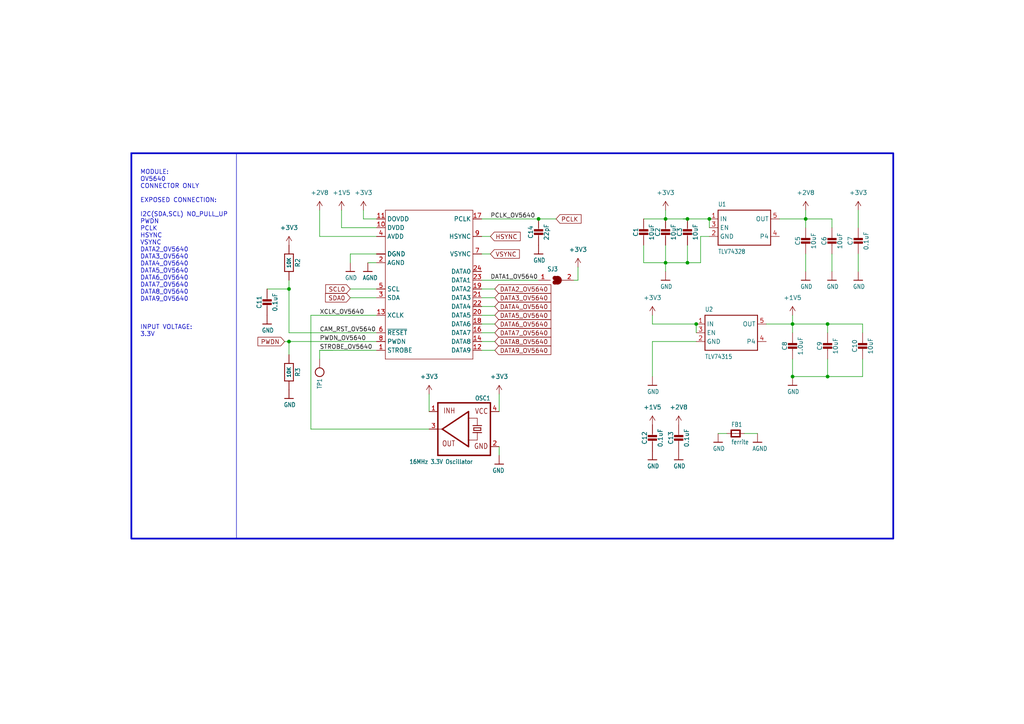
<source format=kicad_sch>
(kicad_sch (version 20230121) (generator eeschema)
  (paper "A4")
  (lib_symbols
    (symbol "Adafruit PiCowbell Camera Breakout-eagle-import:AGND" (power)
      (property "Value" "AGND" (at -1.524 -2.54 0))
      (symbol "AGND_1_0"
        (polyline (pts (xy -1.27 0) (xy 1.27 0)) (stroke (width 0.254)))
        (pin power_in line (at 0 2.54 270) (length 2.54) (name "AGND") (number "1"))
      )
    )
    (symbol "Adafruit PiCowbell Camera Breakout-eagle-import:CAMERA_OV2640_SLIM"
      (symbol "CAMERA_OV2640_SLIM_1_0"
        (polyline (pts (xy -12.7 -20.32) (xy -12.7 22.86)) (stroke (width 0.1524)))
        (polyline (pts (xy -12.7 22.86) (xy 12.7 22.86)) (stroke (width 0.1524)))
        (polyline (pts (xy 12.7 -20.32) (xy -12.7 -20.32)) (stroke (width 0.1524)))
        (polyline (pts (xy 12.7 22.86) (xy 12.7 -20.32)) (stroke (width 0.1524)))
        (pin input line (at -15.24 -17.78 0) (length 2.54) (name "STROBE") (number "1"))
        (pin power_in line (at -15.24 17.78 0) (length 2.54) (name "DVDD") (number "10"))
        (pin power_in line (at -15.24 20.32 0) (length 2.54) (name "DOVDD") (number "11"))
        (pin output line (at 15.24 -17.78 180) (length 2.54) (name "DATA9") (number "12"))
        (pin input line (at -15.24 -7.62 0) (length 2.54) (name "XCLK") (number "13"))
        (pin output line (at 15.24 -15.24 180) (length 2.54) (name "DATA8") (number "14"))
        (pin power_in line (at -15.24 10.16 0) (length 2.54) (name "DGND") (number "15"))
        (pin output line (at 15.24 -12.7 180) (length 2.54) (name "DATA7") (number "16"))
        (pin output line (at 15.24 20.32 180) (length 2.54) (name "PCLK") (number "17"))
        (pin output line (at 15.24 -10.16 180) (length 2.54) (name "DATA6") (number "18"))
        (pin output line (at 15.24 0 180) (length 2.54) (name "DATA2") (number "19"))
        (pin power_in line (at -15.24 7.62 0) (length 2.54) (name "AGND") (number "2"))
        (pin output line (at 15.24 -7.62 180) (length 2.54) (name "DATA5") (number "20"))
        (pin output line (at 15.24 -2.54 180) (length 2.54) (name "DATA3") (number "21"))
        (pin output line (at 15.24 -5.08 180) (length 2.54) (name "DATA4") (number "22"))
        (pin output line (at 15.24 2.54 180) (length 2.54) (name "DATA1") (number "23"))
        (pin output line (at 15.24 5.08 180) (length 2.54) (name "DATA0") (number "24"))
        (pin bidirectional line (at -15.24 -2.54 0) (length 2.54) (name "SDA") (number "3"))
        (pin power_in line (at -15.24 15.24 0) (length 2.54) (name "AVDD") (number "4"))
        (pin bidirectional line (at -15.24 0 0) (length 2.54) (name "SCL") (number "5"))
        (pin input line (at -15.24 -12.7 0) (length 2.54) (name "~{RESET}") (number "6"))
        (pin output line (at 15.24 10.16 180) (length 2.54) (name "VSYNC") (number "7"))
        (pin input line (at -15.24 -15.24 0) (length 2.54) (name "PWDN") (number "8"))
        (pin output line (at 15.24 15.24 180) (length 2.54) (name "HSYNC") (number "9"))
        (pin power_in line (at -15.24 10.16 0) (length 2.54) (name "DGND") (number "SPRT1"))
        (pin power_in line (at -15.24 10.16 0) (length 2.54) (name "DGND") (number "SPRT2"))
      )
    )
    (symbol "Adafruit PiCowbell Camera Breakout-eagle-import:CAP_CERAMIC0603_NO"
      (property "Reference" "C" (at -2.29 1.25 90))
      (symbol "CAP_CERAMIC0603_NO_1_0"
        (rectangle (start -1.27 0.508) (end 1.27 1.016) (fill (type outline)))
        (rectangle (start -1.27 1.524) (end 1.27 2.032) (fill (type outline)))
        (polyline (pts (xy 0 0.762) (xy 0 0)) (stroke (width 0.1524)))
        (polyline (pts (xy 0 2.54) (xy 0 1.778)) (stroke (width 0.1524)))
        (pin passive line (at 0 5.08 270) (length 2.54) (name "1") (number "1"))
        (pin passive line (at 0 -2.54 90) (length 2.54) (name "2") (number "2"))
      )
    )
    (symbol "Adafruit PiCowbell Camera Breakout-eagle-import:CAP_CERAMIC0805-NOOUTLINE"
      (property "Reference" "C" (at -2.29 1.25 90))
      (symbol "CAP_CERAMIC0805-NOOUTLINE_1_0"
        (rectangle (start -1.27 0.508) (end 1.27 1.016) (fill (type outline)))
        (rectangle (start -1.27 1.524) (end 1.27 2.032) (fill (type outline)))
        (polyline (pts (xy 0 0.762) (xy 0 0)) (stroke (width 0.1524)))
        (polyline (pts (xy 0 2.54) (xy 0 1.778)) (stroke (width 0.1524)))
        (pin passive line (at 0 5.08 270) (length 2.54) (name "1") (number "1"))
        (pin passive line (at 0 -2.54 90) (length 2.54) (name "2") (number "2"))
      )
    )
    (symbol "Adafruit PiCowbell Camera Breakout-eagle-import:CAP_CERAMIC_0402NO"
      (property "Reference" "C" (at -2.29 1.25 90))
      (symbol "CAP_CERAMIC_0402NO_1_0"
        (rectangle (start -1.27 0.508) (end 1.27 1.016) (fill (type outline)))
        (rectangle (start -1.27 1.524) (end 1.27 2.032) (fill (type outline)))
        (polyline (pts (xy 0 0.762) (xy 0 0)) (stroke (width 0.1524)))
        (polyline (pts (xy 0 2.54) (xy 0 1.778)) (stroke (width 0.1524)))
        (pin passive line (at 0 5.08 270) (length 2.54) (name "1") (number "1"))
        (pin passive line (at 0 -2.54 90) (length 2.54) (name "2") (number "2"))
      )
    )
    (symbol "Adafruit PiCowbell Camera Breakout-eagle-import:FERRITE-0603NO"
      (property "Reference" "FB" (at -1.27 1.905 0))
      (symbol "FERRITE-0603NO_1_0"
        (polyline (pts (xy -1.27 -0.9525) (xy -1.27 0.9525)) (stroke (width 0.4064)))
        (polyline (pts (xy -1.27 0.9525) (xy 1.27 0.9525)) (stroke (width 0.4064)))
        (polyline (pts (xy 1.27 -0.9525) (xy -1.27 -0.9525)) (stroke (width 0.4064)))
        (polyline (pts (xy 1.27 0.9525) (xy 1.27 -0.9525)) (stroke (width 0.4064)))
        (pin passive line (at -2.54 0 0) (length 2.54) (name "P$1") (number "1"))
        (pin passive line (at 2.54 0 180) (length 2.54) (name "P$2") (number "2"))
      )
    )
    (symbol "Adafruit PiCowbell Camera Breakout-eagle-import:GND" (power)
      (property "Value" "GND" (at -1.524 -2.54 0))
      (symbol "GND_1_0"
        (polyline (pts (xy -1.27 0) (xy 1.27 0)) (stroke (width 0.254)))
        (pin power_in line (at 0 2.54 270) (length 2.54) (name "GND") (number "1"))
      )
    )
    (symbol "Adafruit PiCowbell Camera Breakout-eagle-import:OSCILLATOR3.2X2.5"
      (property "Reference" "OSC" (at -7.62 8.255 0))
      (symbol "OSCILLATOR3.2X2.5_1_0"
        (polyline (pts (xy -7.62 7.62) (xy -7.62 -7.62)) (stroke (width 0.4064)))
        (polyline (pts (xy -7.62 7.62) (xy 7.62 7.62)) (stroke (width 0.4064)))
        (polyline (pts (xy -5.08 -1.016) (xy -3.81 -1.016)) (stroke (width 0.254)))
        (polyline (pts (xy -5.08 1.016) (xy -2.54 1.016)) (stroke (width 0.254)))
        (polyline (pts (xy -4.826 -0.381) (xy -4.826 0.381)) (stroke (width 0.254)))
        (polyline (pts (xy -4.826 -0.381) (xy -2.794 -0.381)) (stroke (width 0.254)))
        (polyline (pts (xy -4.826 0.381) (xy -2.794 0.381)) (stroke (width 0.254)))
        (polyline (pts (xy -3.81 -3.175) (xy -3.81 -1.016)) (stroke (width 0.1524)))
        (polyline (pts (xy -3.81 -3.175) (xy -1.27 -3.175)) (stroke (width 0.1524)))
        (polyline (pts (xy -3.81 -1.016) (xy -2.54 -1.016)) (stroke (width 0.254)))
        (polyline (pts (xy -3.81 1.016) (xy -3.81 3.175)) (stroke (width 0.1524)))
        (polyline (pts (xy -3.81 3.175) (xy -1.27 3.175)) (stroke (width 0.1524)))
        (polyline (pts (xy -2.794 0.381) (xy -2.794 -0.381)) (stroke (width 0.254)))
        (polyline (pts (xy -1.27 -5.08) (xy -1.27 -3.175)) (stroke (width 0.4064)))
        (polyline (pts (xy -1.27 -3.175) (xy -1.27 3.175)) (stroke (width 0.4064)))
        (polyline (pts (xy -1.27 3.175) (xy -1.27 5.08)) (stroke (width 0.4064)))
        (polyline (pts (xy -1.27 5.08) (xy 6.35 0)) (stroke (width 0.4064)))
        (polyline (pts (xy 6.35 0) (xy -1.27 -5.08)) (stroke (width 0.4064)))
        (polyline (pts (xy 6.35 0) (xy 7.62 0)) (stroke (width 0.1524)))
        (polyline (pts (xy 7.62 -7.62) (xy -7.62 -7.62)) (stroke (width 0.4064)))
        (polyline (pts (xy 7.62 -7.62) (xy 7.62 0)) (stroke (width 0.4064)))
        (polyline (pts (xy 7.62 0) (xy 7.62 7.62)) (stroke (width 0.4064)))
        (text "GND" (at -6.985 -5.842 0) (effects (font (size 1.524 1.2954)) (justify left bottom)))
        (text "INH" (at 2.54 4.445 0) (effects (font (size 1.524 1.2954)) (justify left bottom)))
        (text "OUT" (at 2.54 -5.08 0) (effects (font (size 1.524 1.2954)) (justify left bottom)))
        (text "VCC" (at -6.985 4.318 0) (effects (font (size 1.524 1.2954)) (justify left bottom)))
        (pin bidirectional line (at 10.16 5.08 180) (length 2.54) (name "INH") (number "1"))
        (pin power_in line (at -10.16 -5.08 0) (length 2.54) (name "GND") (number "2"))
        (pin output line (at 10.16 0 180) (length 2.54) (name "OUT") (number "3"))
        (pin power_in line (at -10.16 5.08 0) (length 2.54) (name "VCC") (number "4"))
      )
    )
    (symbol "Adafruit PiCowbell Camera Breakout-eagle-import:RESISTOR_0402NO"
      (property "Reference" "R" (at 0 2.54 0))
      (symbol "RESISTOR_0402NO_1_0"
        (polyline (pts (xy -2.54 -1.27) (xy -2.54 1.27)) (stroke (width 0.254)))
        (polyline (pts (xy -2.54 1.27) (xy 2.54 1.27)) (stroke (width 0.254)))
        (polyline (pts (xy 2.54 -1.27) (xy -2.54 -1.27)) (stroke (width 0.254)))
        (polyline (pts (xy 2.54 1.27) (xy 2.54 -1.27)) (stroke (width 0.254)))
        (pin passive line (at -5.08 0 0) (length 2.54) (name "1") (number "1"))
        (pin passive line (at 5.08 0 180) (length 2.54) (name "2") (number "2"))
      )
    )
    (symbol "Adafruit PiCowbell Camera Breakout-eagle-import:SOLDERJUMPERCLOSED"
      (property "Reference" "SJ" (at -2.54 2.54 0))
      (symbol "SOLDERJUMPERCLOSED_1_0"
        (arc (start -0.381 -0.635) (mid 0.2514 -0.0001) (end -0.3808 0.635) (stroke (width 1.27)))
        (polyline (pts (xy -2.54 0) (xy -1.651 0)) (stroke (width 0.1524)))
        (polyline (pts (xy 2.54 0) (xy 1.651 0)) (stroke (width 0.1524)))
        (arc (start 0.3808 -0.635) (mid 1.0132 -0.0001) (end 0.381 0.635) (stroke (width 1.27)))
        (pin passive line (at -5.08 0 0) (length 2.54) (name "1") (number "1"))
        (pin passive line (at 5.08 0 180) (length 2.54) (name "2") (number "2"))
      )
    )
    (symbol "Adafruit PiCowbell Camera Breakout-eagle-import:TESTPOINTROUND1.5MM"
      (property "Reference" "TP" (at 0 5.588 90))
      (symbol "TESTPOINTROUND1.5MM_1_0"
        (circle (center 0 3.81) (radius 1.27) (stroke (width 0.254)))
        (pin bidirectional line (at 0 0 90) (length 2.54) (name "P$1") (number "P$1"))
      )
    )
    (symbol "Adafruit PiCowbell Camera Breakout-eagle-import:VREG_SOT23-5"
      (property "Reference" "U" (at -7.62 6.096 0))
      (symbol "VREG_SOT23-5_1_0"
        (polyline (pts (xy -7.62 -5.08) (xy -7.62 5.08)) (stroke (width 0.254)))
        (polyline (pts (xy -7.62 5.08) (xy 7.62 5.08)) (stroke (width 0.254)))
        (polyline (pts (xy 7.62 -5.08) (xy -7.62 -5.08)) (stroke (width 0.254)))
        (polyline (pts (xy 7.62 5.08) (xy 7.62 -5.08)) (stroke (width 0.254)))
        (pin power_in line (at -10.16 2.54 0) (length 2.54) (name "IN") (number "1"))
        (pin power_in line (at -10.16 -2.54 0) (length 2.54) (name "GND") (number "2"))
        (pin input line (at -10.16 0 0) (length 2.54) (name "EN") (number "3"))
        (pin bidirectional line (at 10.16 -2.54 180) (length 2.54) (name "P4") (number "4"))
        (pin power_in line (at 10.16 2.54 180) (length 2.54) (name "OUT") (number "5"))
      )
    )
    (symbol "power:+1V5" (power) (pin_names (offset 0))
      (property "Value" "+1V5" (at 0 3.556 0))
      (symbol "+1V5_0_1"
        (polyline (pts (xy -0.762 1.27) (xy 0 2.54)))
        (polyline (pts (xy 0 0) (xy 0 2.54)))
        (polyline (pts (xy 0 2.54) (xy 0.762 1.27)))
      )
      (symbol "+1V5_1_1"
        (pin power_in line (at 0 0 90) (length 0) hide (name "+1V5") (number "1"))
      )
    )
    (symbol "power:+2V8" (power) (pin_names (offset 0))
      (property "Value" "+2V8" (at 0 3.556 0))
      (symbol "+2V8_0_1"
        (polyline (pts (xy -0.762 1.27) (xy 0 2.54)))
        (polyline (pts (xy 0 0) (xy 0 2.54)))
        (polyline (pts (xy 0 2.54) (xy 0.762 1.27)))
      )
      (symbol "+2V8_1_1"
        (pin power_in line (at 0 0 90) (length 0) hide (name "+2V8") (number "1"))
      )
    )
    (symbol "power:+3V3" (power) (pin_names (offset 0))
      (property "Value" "+3V3" (at 0 3.556 0))
      (symbol "+3V3_0_1"
        (polyline (pts (xy -0.762 1.27) (xy 0 2.54)))
        (polyline (pts (xy 0 0) (xy 0 2.54)))
        (polyline (pts (xy 0 2.54) (xy 0.762 1.27)))
      )
      (symbol "+3V3_1_1"
        (pin power_in line (at 0 0 90) (length 0) hide (name "+3V3") (number "1"))
      )
    )
  )
  (junction (at 229.87 93.98))
  (junction (at 229.87 109.22))
  (junction (at 199.39 76.2))
  (junction (at 233.68 63.5))
  (junction (at 201.93 93.98))
  (junction (at 240.03 109.22))
  (junction (at 240.03 93.98))
  (junction (at 205.74 63.5))
  (junction (at 193.04 76.2))
  (junction (at 156.21 63.5))
  (junction (at 83.82 83.82))
  (junction (at 199.39 63.5))
  (junction (at 193.04 63.5))
  (junction (at 83.82 99.06))
  (wire (pts (xy 167.64 77.47) (xy 167.64 81.28)))
  (wire (pts (xy 233.68 73.66) (xy 233.68 78.74)) (stroke (width 0.1524)))
  (wire (pts (xy 240.03 96.52) (xy 240.03 93.98)) (stroke (width 0.1524)))
  (wire (pts (xy 83.82 83.82) (xy 83.82 81.28)) (stroke (width 0.1524)))
  (wire (pts (xy 90.17 124.46) (xy 124.46 124.46)) (stroke (width 0.1524)))
  (wire (pts (xy 203.2 76.2) (xy 199.39 76.2)) (stroke (width 0.1524)))
  (wire (pts (xy 139.7 86.36) (xy 143.51 86.36)))
  (wire (pts (xy 109.22 86.36) (xy 101.6 86.36)) (stroke (width 0.1524)))
  (wire (pts (xy 201.93 96.52) (xy 201.93 93.98)) (stroke (width 0.1524)))
  (wire (pts (xy 205.74 63.5) (xy 199.39 63.5)) (stroke (width 0.1524)))
  (wire (pts (xy 139.7 99.06) (xy 143.51 99.06)))
  (wire (pts (xy 106.68 76.2) (xy 109.22 76.2)) (stroke (width 0.1524)))
  (wire (pts (xy 109.22 63.5) (xy 105.41 63.5)) (stroke (width 0.1524)))
  (wire (pts (xy 90.17 91.44) (xy 90.17 124.46)) (stroke (width 0.1524)))
  (wire (pts (xy 83.82 102.87) (xy 83.82 99.06)) (stroke (width 0.1524)))
  (wire (pts (xy 219.71 125.73) (xy 215.9 125.73)))
  (wire (pts (xy 92.71 68.58) (xy 109.22 68.58)) (stroke (width 0.1524)))
  (wire (pts (xy 201.93 93.98) (xy 189.23 93.98)) (stroke (width 0.1524)))
  (wire (pts (xy 92.71 101.6) (xy 109.22 101.6)) (stroke (width 0.1524)))
  (wire (pts (xy 199.39 63.5) (xy 198.12 63.5)))
  (wire (pts (xy 109.22 66.04) (xy 99.06 66.04)) (stroke (width 0.1524)))
  (wire (pts (xy 92.71 68.58) (xy 92.71 60.96)) (stroke (width 0.1524)))
  (wire (pts (xy 139.7 63.5) (xy 156.21 63.5)) (stroke (width 0.1524)))
  (wire (pts (xy 193.04 60.96) (xy 193.04 63.5)) (stroke (width 0.1524)))
  (wire (pts (xy 193.04 76.2) (xy 193.04 78.74)) (stroke (width 0.1524)))
  (wire (pts (xy 248.92 60.96) (xy 248.92 66.04)) (stroke (width 0.1524)))
  (wire (pts (xy 139.7 88.9) (xy 143.51 88.9)))
  (wire (pts (xy 101.6 73.66) (xy 101.6 76.2)) (stroke (width 0.1524)))
  (wire (pts (xy 90.17 91.44) (xy 109.22 91.44)) (stroke (width 0.1524)))
  (wire (pts (xy 203.2 68.58) (xy 203.2 76.2)) (stroke (width 0.1524)))
  (wire (pts (xy 92.71 101.6) (xy 96.52 101.6)))
  (wire (pts (xy 205.74 68.58) (xy 203.2 68.58)) (stroke (width 0.1524)))
  (wire (pts (xy 144.78 119.38) (xy 144.78 114.3)) (stroke (width 0.1524)))
  (wire (pts (xy 189.23 91.44) (xy 189.23 93.98)) (stroke (width 0.1524)))
  (wire (pts (xy 109.22 73.66) (xy 101.6 73.66)) (stroke (width 0.1524)))
  (wire (pts (xy 139.7 96.52) (xy 143.51 96.52)))
  (wire (pts (xy 139.7 83.82) (xy 143.51 83.82)))
  (wire (pts (xy 201.93 99.06) (xy 189.23 99.06)) (stroke (width 0.1524)))
  (wire (pts (xy 250.19 93.98) (xy 240.03 93.98)) (stroke (width 0.1524)))
  (wire (pts (xy 186.69 76.2) (xy 186.69 71.12)) (stroke (width 0.1524)))
  (wire (pts (xy 208.28 125.73) (xy 210.82 125.73)))
  (wire (pts (xy 233.68 63.5) (xy 233.68 60.96)) (stroke (width 0.1524)))
  (wire (pts (xy 193.04 63.5) (xy 186.69 63.5)) (stroke (width 0.1524)))
  (wire (pts (xy 99.06 66.04) (xy 99.06 60.96)) (stroke (width 0.1524)))
  (wire (pts (xy 144.78 129.54) (xy 144.78 132.08)) (stroke (width 0.1524)))
  (wire (pts (xy 139.7 68.58) (xy 142.24 68.58)))
  (wire (pts (xy 240.03 109.22) (xy 240.03 104.14)) (stroke (width 0.1524)))
  (wire (pts (xy 193.04 63.5) (xy 199.39 63.5)) (stroke (width 0.1524)))
  (wire (pts (xy 77.47 83.82) (xy 83.82 83.82)) (stroke (width 0.1524)))
  (wire (pts (xy 241.3 78.74) (xy 241.3 73.66)) (stroke (width 0.1524)))
  (wire (pts (xy 109.22 83.82) (xy 101.6 83.82)) (stroke (width 0.1524)))
  (wire (pts (xy 124.46 114.3) (xy 124.46 119.38)) (stroke (width 0.1524)))
  (wire (pts (xy 139.7 101.6) (xy 143.51 101.6)))
  (wire (pts (xy 226.06 63.5) (xy 233.68 63.5)) (stroke (width 0.1524)))
  (wire (pts (xy 82.55 99.06) (xy 83.82 99.06)))
  (wire (pts (xy 139.7 73.66) (xy 142.24 73.66)))
  (wire (pts (xy 193.04 76.2) (xy 186.69 76.2)) (stroke (width 0.1524)))
  (wire (pts (xy 156.21 81.28) (xy 139.7 81.28)) (stroke (width 0.1524)))
  (wire (pts (xy 229.87 93.98) (xy 229.87 96.52)) (stroke (width 0.1524)))
  (wire (pts (xy 92.71 104.14) (xy 92.71 101.6)))
  (wire (pts (xy 189.23 99.06) (xy 189.23 109.22)) (stroke (width 0.1524)))
  (wire (pts (xy 166.37 81.28) (xy 167.64 81.28)))
  (wire (pts (xy 229.87 93.98) (xy 229.87 91.44)) (stroke (width 0.1524)))
  (wire (pts (xy 83.82 96.52) (xy 109.22 96.52)) (stroke (width 0.1524)))
  (wire (pts (xy 83.82 96.52) (xy 83.82 83.82)) (stroke (width 0.1524)))
  (wire (pts (xy 205.74 66.04) (xy 205.74 63.5)) (stroke (width 0.1524)))
  (wire (pts (xy 193.04 76.2) (xy 199.39 76.2)) (stroke (width 0.1524)))
  (wire (pts (xy 250.19 109.22) (xy 250.19 104.14)) (stroke (width 0.1524)))
  (wire (pts (xy 241.3 63.5) (xy 233.68 63.5)) (stroke (width 0.1524)))
  (wire (pts (xy 233.68 63.5) (xy 233.68 66.04)) (stroke (width 0.1524)))
  (wire (pts (xy 248.92 73.66) (xy 248.92 78.74)) (stroke (width 0.1524)))
  (wire (pts (xy 240.03 109.22) (xy 250.19 109.22)) (stroke (width 0.1524)))
  (wire (pts (xy 105.41 63.5) (xy 105.41 60.96)) (stroke (width 0.1524)))
  (wire (pts (xy 199.39 71.12) (xy 199.39 76.2)) (stroke (width 0.1524)))
  (wire (pts (xy 139.7 93.98) (xy 143.51 93.98)))
  (wire (pts (xy 156.21 63.5) (xy 161.29 63.5)) (stroke (width 0.1524)))
  (wire (pts (xy 83.82 99.06) (xy 109.22 99.06)) (stroke (width 0.1524)))
  (wire (pts (xy 229.87 109.22) (xy 240.03 109.22)) (stroke (width 0.1524)))
  (wire (pts (xy 250.19 96.52) (xy 250.19 93.98)) (stroke (width 0.1524)))
  (wire (pts (xy 240.03 93.98) (xy 229.87 93.98)) (stroke (width 0.1524)))
  (wire (pts (xy 229.87 104.14) (xy 229.87 109.22)) (stroke (width 0.1524)))
  (wire (pts (xy 139.7 91.44) (xy 143.51 91.44)))
  (wire (pts (xy 241.3 66.04) (xy 241.3 63.5)) (stroke (width 0.1524)))
  (wire (pts (xy 193.04 76.2) (xy 193.04 71.12)) (stroke (width 0.1524)))
  (wire (pts (xy 222.25 93.98) (xy 229.87 93.98)) (stroke (width 0.1524)))
  (rectangle (start 38.1 44.45) (end 259.08 156.21) (stroke (width 0.5)))
  (rectangle (start 38.1 44.45) (end 68.58 156.21))
  (text "MODULE:\nOV5640\nCONNECTOR ONLY\n\nEXPOSED CONNECTION: \n\nI2C(SDA,SCL) NO_PULL_UP\nPWDN\nPCLK\nHSYNC\nVSYNC\nDATA2_OV5640\nDATA3_OV5640\nDATA4_OV5640\nDATA5_OV5640\nDATA6_OV5640\nDATA7_OV5640\nDATA8_OV5640\nDATA9_OV5640\n\n\n\nINPUT VOLTAGE:\n3.3V" (at 40.64 97.79 0) (effects (font (size 1.27 1.27)) (justify left bottom)))
  (label "STROBE_OV5640" (at 92.71 101.6 0) (effects (font (size 1.2446 1.2446))))
  (label "PCLK_OV5640" (at 142.24 63.5 0) (effects (font (size 1.2446 1.2446))))
  (label "XCLK_OV5640" (at 92.71 91.44 0) (effects (font (size 1.2446 1.2446))))
  (label "CAM_RST_OV5640" (at 92.71 96.52 0) (effects (font (size 1.2446 1.2446))))
  (label "DATA1_OV5640" (at 142.24 81.28 0) (effects (font (size 1.2446 1.2446))))
  (label "PWDN_OV5640" (at 92.71 99.06 0) (effects (font (size 1.2446 1.2446))))
  (global_label "DATA8_OV5640" (shape input) (at 143.51 99.06 0) (property "Intersheetrefs" "${INTERSHEET_REFS}" (effects hide)))
  (global_label "DATA7_OV5640" (shape input) (at 143.51 96.52 0) (property "Intersheetrefs" "${INTERSHEET_REFS}" (effects hide)))
  (global_label "DATA6_OV5640" (shape input) (at 143.51 93.98 0) (property "Intersheetrefs" "${INTERSHEET_REFS}" (effects hide)))
  (global_label "DATA2_OV5640" (shape input) (at 143.51 83.82 0) (property "Intersheetrefs" "${INTERSHEET_REFS}" (effects hide)))
  (global_label "DATA9_OV5640" (shape input) (at 143.51 101.6 0) (property "Intersheetrefs" "${INTERSHEET_REFS}" (effects hide)))
  (global_label "DATA4_OV5640" (shape input) (at 143.51 88.9 0) (property "Intersheetrefs" "${INTERSHEET_REFS}" (effects hide)))
  (global_label "VSYNC" (shape input) (at 142.24 73.66 0) (property "Intersheetrefs" "${INTERSHEET_REFS}" (effects hide)))
  (global_label "PWDN" (shape input) (at 82.55 99.06 180) (property "Intersheetrefs" "${INTERSHEET_REFS}" (effects hide)))
  (global_label "DATA5_OV5640" (shape input) (at 143.51 91.44 0) (property "Intersheetrefs" "${INTERSHEET_REFS}" (effects hide)))
  (global_label "SDA0" (shape input) (at 101.6 86.36 180) (property "Intersheetrefs" "${INTERSHEET_REFS}" (effects hide)))
  (global_label "HSYNC" (shape input) (at 142.24 68.58 0) (property "Intersheetrefs" "${INTERSHEET_REFS}" (effects hide)))
  (global_label "SCL0" (shape input) (at 101.6 83.82 180) (property "Intersheetrefs" "${INTERSHEET_REFS}" (effects hide)))
  (global_label "PCLK" (shape input) (at 161.29 63.5 0) (property "Intersheetrefs" "${INTERSHEET_REFS}" (effects hide)))
  (global_label "DATA3_OV5640" (shape input) (at 143.51 86.36 0) (property "Intersheetrefs" "${INTERSHEET_REFS}" (effects hide)))
  (symbol (lib_id "Adafruit PiCowbell Camera Breakout-eagle-import:GND") (at 77.47 93.98 0) (unit 1)
    (property "Reference" "#U$017" (effects hide))
    (property "Value" "GND" (at 75.946 96.52 0) (effects (font (size 1.27 1.0795)) (justify left bottom)))
  )
  (symbol (lib_id "Adafruit PiCowbell Camera Breakout-eagle-import:CAP_CERAMIC0805-NOOUTLINE") (at 199.39 68.58 0) (unit 1)
    (property "Reference" "C3" (at 197.1 67.33 90))
    (property "Value" "10uF" (at 201.69 67.33 90))
    (property "Footprint" "Adafruit PiCowbell Camera Breakout:0805-NO" (effects hide))
  )
  (symbol (lib_id "power:+1V5") (at 229.87 91.44 0) (unit 1)
    (property "Reference" "#PWR010" (effects hide))
    (property "Value" "+1V5" (at 229.87 86.36 0))
  )
  (symbol (lib_id "Adafruit PiCowbell Camera Breakout-eagle-import:GND") (at 241.3 81.28 0) (unit 1)
    (property "Reference" "#U$08" (effects hide))
    (property "Value" "GND" (at 239.776 83.82 0) (effects (font (size 1.27 1.0795)) (justify left bottom)))
  )
  (symbol (lib_id "Adafruit PiCowbell Camera Breakout-eagle-import:GND") (at 229.87 111.76 0) (unit 1)
    (property "Reference" "#U$016" (effects hide))
    (property "Value" "GND" (at 228.346 114.3 0) (effects (font (size 1.27 1.0795)) (justify left bottom)))
  )
  (symbol (lib_id "Adafruit PiCowbell Camera Breakout-eagle-import:CAP_CERAMIC_0402NO") (at 77.47 88.9 0) (unit 1)
    (property "Reference" "C11" (at 75.18 87.65 90))
    (property "Value" "0.1uF" (at 79.77 87.65 90))
    (property "Footprint" "Adafruit PiCowbell Camera Breakout:_0402NO" (effects hide))
  )
  (symbol (lib_id "Adafruit PiCowbell Camera Breakout-eagle-import:GND") (at 189.23 133.35 0) (unit 1)
    (property "Reference" "#U$030" (effects hide))
    (property "Value" "GND" (at 187.706 135.89 0) (effects (font (size 1.27 1.0795)) (justify left bottom)))
  )
  (symbol (lib_id "power:+3V3") (at 189.23 91.44 0) (unit 1)
    (property "Reference" "#PWR07" (effects hide))
    (property "Value" "+3V3" (at 189.23 86.36 0))
  )
  (symbol (lib_id "power:+3V3") (at 167.64 77.47 0) (unit 1)
    (property "Reference" "#PWR014" (effects hide))
    (property "Value" "+3V3" (at 167.64 72.39 0))
  )
  (symbol (lib_id "Adafruit PiCowbell Camera Breakout-eagle-import:RESISTOR_0402NO") (at 83.82 107.95 270) (unit 1)
    (property "Reference" "R3" (at 86.36 107.95 0))
    (property "Value" "10K" (at 83.82 107.95 0) (effects (font (size 1.016 1.016) bold)))
    (property "Footprint" "Adafruit PiCowbell Camera Breakout:_0402NO" (effects hide))
  )
  (symbol (lib_id "Adafruit PiCowbell Camera Breakout-eagle-import:GND") (at 208.28 128.27 0) (unit 1)
    (property "Reference" "#U$020" (effects hide))
    (property "Value" "GND" (at 206.756 130.81 0) (effects (font (size 1.27 1.0795)) (justify left bottom)))
  )
  (symbol (lib_id "Adafruit PiCowbell Camera Breakout-eagle-import:VREG_SOT23-5") (at 215.9 66.04 0) (unit 1)
    (property "Reference" "U1" (at 208.28 59.944 0) (effects (font (size 1.27 1.0795)) (justify left bottom)))
    (property "Value" "TLV74328" (at 208.28 73.66 0) (effects (font (size 1.27 1.0795)) (justify left bottom)))
    (property "Footprint" "Adafruit PiCowbell Camera Breakout:SOT23-5" (effects hide))
    (property "JLC_ROTATION" "0" (effects hide))
  )
  (symbol (lib_id "Adafruit PiCowbell Camera Breakout-eagle-import:CAP_CERAMIC0805-NOOUTLINE") (at 186.69 68.58 0) (unit 1)
    (property "Reference" "C1" (at 184.4 67.33 90))
    (property "Value" "10uF" (at 188.99 67.33 90))
    (property "Footprint" "Adafruit PiCowbell Camera Breakout:0805-NO" (effects hide))
  )
  (symbol (lib_id "Adafruit PiCowbell Camera Breakout-eagle-import:CAP_CERAMIC0805-NOOUTLINE") (at 240.03 101.6 0) (unit 1)
    (property "Reference" "C9" (at 237.74 100.35 90))
    (property "Value" "10uF" (at 242.33 100.35 90))
    (property "Footprint" "Adafruit PiCowbell Camera Breakout:0805-NO" (effects hide))
  )
  (symbol (lib_id "Adafruit PiCowbell Camera Breakout-eagle-import:OSCILLATOR3.2X2.5") (at 134.62 124.46 0) (mirror y) (unit 1)
    (property "Reference" "OSC1" (at 142.24 116.205 0) (effects (font (size 1.27 1.0795)) (justify left bottom)))
    (property "Value" "16MHz 3.3V Oscillator" (at 137.16 134.62 0) (effects (font (size 1.27 1.0795)) (justify left bottom)))
    (property "Footprint" "Adafruit PiCowbell Camera Breakout:OSC_3.2X2.5MM" (effects hide))
  )
  (symbol (lib_id "Adafruit PiCowbell Camera Breakout-eagle-import:AGND") (at 219.71 128.27 0) (unit 1)
    (property "Reference" "#U$022" (effects hide))
    (property "Value" "AGND" (at 218.186 130.81 0) (effects (font (size 1.27 1.0795)) (justify left bottom)))
  )
  (symbol (lib_id "Adafruit PiCowbell Camera Breakout-eagle-import:VREG_SOT23-5") (at 212.09 96.52 0) (unit 1)
    (property "Reference" "U2" (at 204.47 90.424 0) (effects (font (size 1.27 1.0795)) (justify left bottom)))
    (property "Value" "TLV74315" (at 204.47 104.14 0) (effects (font (size 1.27 1.0795)) (justify left bottom)))
    (property "Footprint" "Adafruit PiCowbell Camera Breakout:SOT23-5" (effects hide))
    (property "JLC_ROTATION" "0" (effects hide))
  )
  (symbol (lib_id "power:+3V3") (at 83.82 71.12 0) (unit 1)
    (property "Reference" "#PWR01" (effects hide))
    (property "Value" "+3V3" (at 83.82 66.04 0))
  )
  (symbol (lib_id "Adafruit PiCowbell Camera Breakout-eagle-import:GND") (at 101.6 78.74 0) (unit 1)
    (property "Reference" "#U$025" (effects hide))
    (property "Value" "GND" (at 100.076 81.28 0) (effects (font (size 1.27 1.0795)) (justify left bottom)))
  )
  (symbol (lib_id "Adafruit PiCowbell Camera Breakout-eagle-import:RESISTOR_0402NO") (at 83.82 76.2 270) (unit 1)
    (property "Reference" "R2" (at 86.36 76.2 0))
    (property "Value" "10K" (at 83.82 76.2 0) (effects (font (size 1.016 1.016) bold)))
    (property "Footprint" "Adafruit PiCowbell Camera Breakout:_0402NO" (effects hide))
  )
  (symbol (lib_id "Adafruit PiCowbell Camera Breakout-eagle-import:GND") (at 156.21 73.66 0) (unit 1)
    (property "Reference" "#U$038" (effects hide))
    (property "Value" "GND" (at 154.686 76.2 0) (effects (font (size 1.27 1.0795)) (justify left bottom)))
  )
  (symbol (lib_id "Adafruit PiCowbell Camera Breakout-eagle-import:CAP_CERAMIC0805-NOOUTLINE") (at 250.19 101.6 0) (unit 1)
    (property "Reference" "C10" (at 247.9 100.35 90))
    (property "Value" "10uF" (at 252.49 100.35 90))
    (property "Footprint" "Adafruit PiCowbell Camera Breakout:0805-NO" (effects hide))
  )
  (symbol (lib_id "power:+3V3") (at 193.04 60.96 0) (unit 1)
    (property "Reference" "#PWR06" (effects hide))
    (property "Value" "+3V3" (at 193.04 55.88 0))
  )
  (symbol (lib_id "Adafruit PiCowbell Camera Breakout-eagle-import:CAP_CERAMIC0805-NOOUTLINE") (at 241.3 71.12 0) (unit 1)
    (property "Reference" "C6" (at 239.01 69.87 90))
    (property "Value" "10uF" (at 243.6 69.87 90))
    (property "Footprint" "Adafruit PiCowbell Camera Breakout:0805-NO" (effects hide))
  )
  (symbol (lib_id "Adafruit PiCowbell Camera Breakout-eagle-import:CAP_CERAMIC0603_NO") (at 229.87 101.6 0) (unit 1)
    (property "Reference" "C8" (at 227.58 100.35 90))
    (property "Value" "1.0uF" (at 232.17 100.35 90))
    (property "Footprint" "Adafruit PiCowbell Camera Breakout:0603-NO" (effects hide))
  )
  (symbol (lib_id "Adafruit PiCowbell Camera Breakout-eagle-import:CAP_CERAMIC0805-NOOUTLINE") (at 233.68 71.12 0) (unit 1)
    (property "Reference" "C5" (at 231.39 69.87 90))
    (property "Value" "10uF" (at 235.98 69.87 90))
    (property "Footprint" "Adafruit PiCowbell Camera Breakout:0805-NO" (effects hide))
  )
  (symbol (lib_id "power:+3V3") (at 144.78 114.3 0) (unit 1)
    (property "Reference" "#PWR02" (effects hide))
    (property "Value" "+3V3" (at 144.78 109.22 0))
  )
  (symbol (lib_id "power:+3V3") (at 124.46 114.3 0) (unit 1)
    (property "Reference" "#PWR03" (effects hide))
    (property "Value" "+3V3" (at 124.46 109.22 0))
  )
  (symbol (lib_id "Adafruit PiCowbell Camera Breakout-eagle-import:CAP_CERAMIC_0402NO") (at 196.85 128.27 0) (unit 1)
    (property "Reference" "C13" (at 194.56 127.02 90))
    (property "Value" "0.1uF" (at 199.15 127.02 90))
    (property "Footprint" "Adafruit PiCowbell Camera Breakout:_0402NO" (effects hide))
  )
  (symbol (lib_id "Adafruit PiCowbell Camera Breakout-eagle-import:GND") (at 193.04 81.28 0) (unit 1)
    (property "Reference" "#U$03" (effects hide))
    (property "Value" "GND" (at 191.516 83.82 0) (effects (font (size 1.27 1.0795)) (justify left bottom)))
  )
  (symbol (lib_id "Adafruit PiCowbell Camera Breakout-eagle-import:TESTPOINTROUND1.5MM") (at 92.71 104.14 180) (unit 1)
    (property "Reference" "TP1" (at 92.71 109.728 90) (effects (font (size 1.27 1.0795)) (justify left)))
    (property "Value" "TESTPOINTROUND1.5MM" (effects hide))
    (property "Footprint" "Adafruit PiCowbell Camera Breakout:TESTPOINT_ROUND_1.5MM" (effects hide))
  )
  (symbol (lib_id "Adafruit PiCowbell Camera Breakout-eagle-import:GND") (at 189.23 111.76 0) (unit 1)
    (property "Reference" "#U$012" (effects hide))
    (property "Value" "GND" (at 187.706 114.3 0) (effects (font (size 1.27 1.0795)) (justify left bottom)))
  )
  (symbol (lib_id "power:+1V5") (at 99.06 60.96 0) (unit 1)
    (property "Reference" "#PWR09" (effects hide))
    (property "Value" "+1V5" (at 99.06 55.88 0))
  )
  (symbol (lib_id "Adafruit PiCowbell Camera Breakout-eagle-import:CAMERA_OV2640_SLIM") (at 124.46 83.82 0) (unit 1)
    (property "Reference" "X2" (effects hide))
    (property "Value" "CAMERA_OV2640_SLIM" (effects hide))
    (property "Footprint" "Adafruit PiCowbell Camera Breakout:OV2640FSL_SLIM" (effects hide))
  )
  (symbol (lib_id "Adafruit PiCowbell Camera Breakout-eagle-import:GND") (at 144.78 134.62 0) (mirror y) (unit 1)
    (property "Reference" "#U$036" (effects hide))
    (property "Value" "GND" (at 146.304 137.16 0) (effects (font (size 1.27 1.0795)) (justify left bottom)))
  )
  (symbol (lib_id "power:+2V8") (at 233.68 60.96 0) (unit 1)
    (property "Reference" "#PWR012" (effects hide))
    (property "Value" "+2V8" (at 233.68 55.88 0))
  )
  (symbol (lib_id "power:+3V3") (at 248.92 60.96 0) (unit 1)
    (property "Reference" "#PWR05" (effects hide))
    (property "Value" "+3V3" (at 248.92 55.88 0))
  )
  (symbol (lib_id "Adafruit PiCowbell Camera Breakout-eagle-import:CAP_CERAMIC_0402NO") (at 248.92 71.12 0) (unit 1)
    (property "Reference" "C7" (at 246.63 69.87 90))
    (property "Value" "0.1uF" (at 251.22 69.87 90))
    (property "Footprint" "Adafruit PiCowbell Camera Breakout:_0402NO" (effects hide))
  )
  (symbol (lib_id "Adafruit PiCowbell Camera Breakout-eagle-import:FERRITE-0603NO") (at 213.36 125.73 0) (unit 1)
    (property "Reference" "FB1" (at 212.09 123.825 0) (effects (font (size 1.27 1.0795)) (justify left bottom)))
    (property "Value" "ferrite" (at 212.09 128.905 0) (effects (font (size 1.27 1.0795)) (justify left bottom)))
    (property "Footprint" "Adafruit PiCowbell Camera Breakout:0603-NO" (effects hide))
  )
  (symbol (lib_id "Adafruit PiCowbell Camera Breakout-eagle-import:CAP_CERAMIC0805-NOOUTLINE") (at 193.04 68.58 0) (unit 1)
    (property "Reference" "C2" (at 190.75 67.33 90))
    (property "Value" "10uF" (at 195.34 67.33 90))
    (property "Footprint" "Adafruit PiCowbell Camera Breakout:0805-NO" (effects hide))
  )
  (symbol (lib_id "Adafruit PiCowbell Camera Breakout-eagle-import:GND") (at 196.85 133.35 0) (unit 1)
    (property "Reference" "#U$032" (effects hide))
    (property "Value" "GND" (at 195.326 135.89 0) (effects (font (size 1.27 1.0795)) (justify left bottom)))
  )
  (symbol (lib_id "Adafruit PiCowbell Camera Breakout-eagle-import:GND") (at 233.68 81.28 0) (unit 1)
    (property "Reference" "#U$07" (effects hide))
    (property "Value" "GND" (at 232.156 83.82 0) (effects (font (size 1.27 1.0795)) (justify left bottom)))
  )
  (symbol (lib_id "Adafruit PiCowbell Camera Breakout-eagle-import:GND") (at 83.82 115.57 0) (unit 1)
    (property "Reference" "#U$019" (effects hide))
    (property "Value" "GND" (at 82.296 118.11 0) (effects (font (size 1.27 1.0795)) (justify left bottom)))
  )
  (symbol (lib_id "Adafruit PiCowbell Camera Breakout-eagle-import:CAP_CERAMIC_0402NO") (at 189.23 128.27 0) (unit 1)
    (property "Reference" "C12" (at 186.94 127.02 90))
    (property "Value" "0.1uF" (at 191.53 127.02 90))
    (property "Footprint" "Adafruit PiCowbell Camera Breakout:_0402NO" (effects hide))
  )
  (symbol (lib_id "power:+1V5") (at 189.23 123.19 0) (unit 1)
    (property "Reference" "#PWR011" (effects hide))
    (property "Value" "+1V5" (at 189.23 118.11 0))
  )
  (symbol (lib_id "power:+3V3") (at 105.41 60.96 0) (unit 1)
    (property "Reference" "#PWR04" (effects hide))
    (property "Value" "+3V3" (at 105.41 55.88 0))
  )
  (symbol (lib_id "power:+2V8") (at 92.71 60.96 0) (unit 1)
    (property "Reference" "#PWR08" (effects hide))
    (property "Value" "+2V8" (at 92.71 55.88 0))
  )
  (symbol (lib_id "Adafruit PiCowbell Camera Breakout-eagle-import:GND") (at 248.92 81.28 0) (unit 1)
    (property "Reference" "#U$010" (effects hide))
    (property "Value" "GND" (at 247.396 83.82 0) (effects (font (size 1.27 1.0795)) (justify left bottom)))
  )
  (symbol (lib_id "Adafruit PiCowbell Camera Breakout-eagle-import:CAP_CERAMIC_0402NO") (at 156.21 68.58 0) (unit 1)
    (property "Reference" "C14" (at 153.92 67.33 90))
    (property "Value" "22pF" (at 158.51 67.33 90))
    (property "Footprint" "Adafruit PiCowbell Camera Breakout:_0402NO" (effects hide))
  )
  (symbol (lib_id "Adafruit PiCowbell Camera Breakout-eagle-import:AGND") (at 106.68 78.74 0) (unit 1)
    (property "Reference" "#U$028" (effects hide))
    (property "Value" "AGND" (at 105.156 81.28 0) (effects (font (size 1.27 1.0795)) (justify left bottom)))
  )
  (symbol (lib_id "power:+2V8") (at 196.85 123.19 0) (unit 1)
    (property "Reference" "#PWR013" (effects hide))
    (property "Value" "+2V8" (at 196.85 118.11 0))
  )
  (symbol (lib_id "Adafruit PiCowbell Camera Breakout-eagle-import:SOLDERJUMPERCLOSED") (at 161.29 81.28 0) (unit 1)
    (property "Reference" "SJ3" (at 158.75 78.74 0) (effects (font (size 1.27 1.0795)) (justify left bottom)))
    (property "Value" "SOLDERJUMPERCLOSED" (effects hide))
    (property "Footprint" "Adafruit PiCowbell Camera Breakout:SOLDERJUMPER_CLOSEDWIRE" (effects hide))
  )
)
</source>
